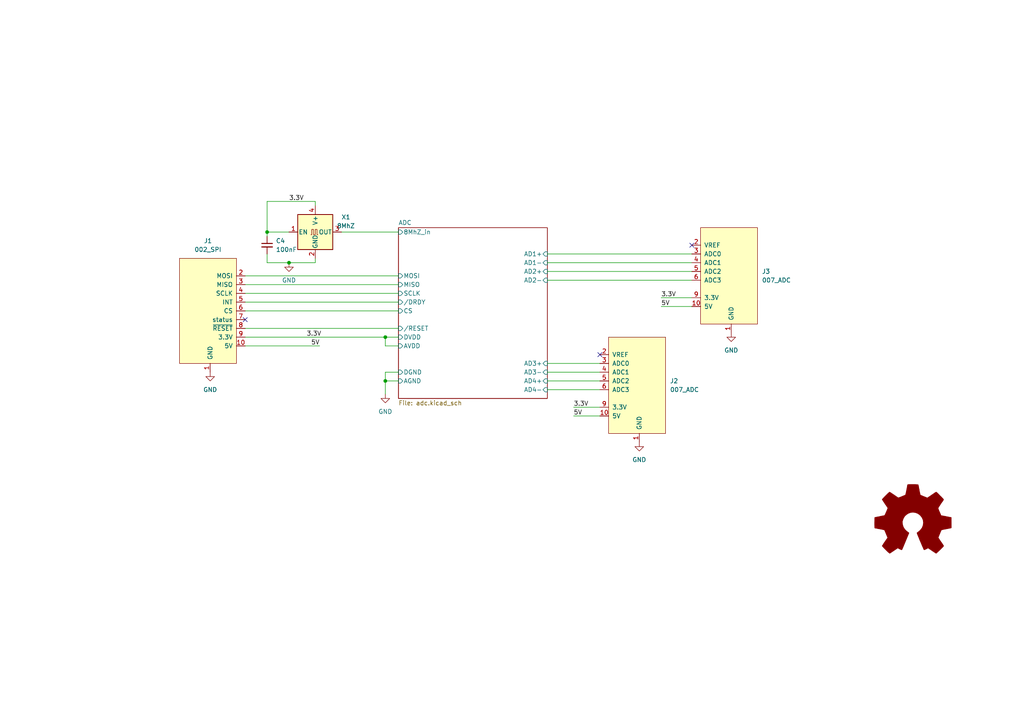
<source format=kicad_sch>
(kicad_sch (version 20230121) (generator eeschema)

  (uuid 29256b3d-9450-4c0a-a4d4-911f04b9c140)

  (paper "A4")

  (lib_symbols
    (symbol "Device:C_Small" (pin_numbers hide) (pin_names (offset 0.254) hide) (in_bom yes) (on_board yes)
      (property "Reference" "C" (at 0.254 1.778 0)
        (effects (font (size 1.27 1.27)) (justify left))
      )
      (property "Value" "C_Small" (at 0.254 -2.032 0)
        (effects (font (size 1.27 1.27)) (justify left))
      )
      (property "Footprint" "" (at 0 0 0)
        (effects (font (size 1.27 1.27)) hide)
      )
      (property "Datasheet" "~" (at 0 0 0)
        (effects (font (size 1.27 1.27)) hide)
      )
      (property "ki_keywords" "capacitor cap" (at 0 0 0)
        (effects (font (size 1.27 1.27)) hide)
      )
      (property "ki_description" "Unpolarized capacitor, small symbol" (at 0 0 0)
        (effects (font (size 1.27 1.27)) hide)
      )
      (property "ki_fp_filters" "C_*" (at 0 0 0)
        (effects (font (size 1.27 1.27)) hide)
      )
      (symbol "C_Small_0_1"
        (polyline
          (pts
            (xy -1.524 -0.508)
            (xy 1.524 -0.508)
          )
          (stroke (width 0.3302) (type default))
          (fill (type none))
        )
        (polyline
          (pts
            (xy -1.524 0.508)
            (xy 1.524 0.508)
          )
          (stroke (width 0.3048) (type default))
          (fill (type none))
        )
      )
      (symbol "C_Small_1_1"
        (pin passive line (at 0 2.54 270) (length 2.032)
          (name "~" (effects (font (size 1.27 1.27))))
          (number "1" (effects (font (size 1.27 1.27))))
        )
        (pin passive line (at 0 -2.54 90) (length 2.032)
          (name "~" (effects (font (size 1.27 1.27))))
          (number "2" (effects (font (size 1.27 1.27))))
        )
      )
    )
    (symbol "Graphic:Logo_Open_Hardware_Large" (pin_names (offset 1.016)) (in_bom yes) (on_board yes)
      (property "Reference" "#LOGO" (at 0 12.7 0)
        (effects (font (size 1.27 1.27)) hide)
      )
      (property "Value" "Logo_Open_Hardware_Large" (at 0 -10.16 0)
        (effects (font (size 1.27 1.27)) hide)
      )
      (property "Footprint" "" (at 0 0 0)
        (effects (font (size 1.27 1.27)) hide)
      )
      (property "Datasheet" "~" (at 0 0 0)
        (effects (font (size 1.27 1.27)) hide)
      )
      (property "ki_keywords" "Logo" (at 0 0 0)
        (effects (font (size 1.27 1.27)) hide)
      )
      (property "ki_description" "Open Hardware logo, large" (at 0 0 0)
        (effects (font (size 1.27 1.27)) hide)
      )
      (symbol "Logo_Open_Hardware_Large_1_1"
        (polyline
          (pts
            (xy 6.731 -8.7122)
            (xy 6.6294 -8.6614)
            (xy 6.35 -8.4836)
            (xy 5.9944 -8.255)
            (xy 5.5372 -7.9502)
            (xy 5.1054 -7.6454)
            (xy 4.7498 -7.4168)
            (xy 4.4958 -7.239)
            (xy 4.3942 -7.1882)
            (xy 4.318 -7.2136)
            (xy 4.1148 -7.3152)
            (xy 3.81 -7.4676)
            (xy 3.6322 -7.5692)
            (xy 3.3528 -7.6708)
            (xy 3.2258 -7.6962)
            (xy 3.2004 -7.6708)
            (xy 3.0988 -7.4676)
            (xy 2.9464 -7.0866)
            (xy 2.7178 -6.604)
            (xy 2.4892 -6.0452)
            (xy 2.2352 -5.4356)
            (xy 1.9558 -4.826)
            (xy 1.7272 -4.2164)
            (xy 1.4986 -3.683)
            (xy 1.3208 -3.2512)
            (xy 1.2192 -2.9464)
            (xy 1.1684 -2.8194)
            (xy 1.1938 -2.794)
            (xy 1.3208 -2.667)
            (xy 1.5748 -2.4892)
            (xy 2.0828 -2.0574)
            (xy 2.6162 -1.397)
            (xy 2.921 -0.6604)
            (xy 3.048 0.1524)
            (xy 2.9464 0.9144)
            (xy 2.6416 1.6256)
            (xy 2.1336 2.286)
            (xy 1.524 2.7686)
            (xy 0.8128 3.0734)
            (xy 0 3.175)
            (xy -0.762 3.0988)
            (xy -1.4986 2.794)
            (xy -2.159 2.286)
            (xy -2.4384 1.9812)
            (xy -2.8194 1.3208)
            (xy -3.048 0.6096)
            (xy -3.0734 0.4318)
            (xy -3.0226 -0.3556)
            (xy -2.794 -1.0922)
            (xy -2.3876 -1.7526)
            (xy -1.8288 -2.3114)
            (xy -1.7526 -2.3622)
            (xy -1.4732 -2.5654)
            (xy -1.2954 -2.6924)
            (xy -1.1684 -2.8194)
            (xy -2.159 -5.207)
            (xy -2.3114 -5.588)
            (xy -2.5908 -6.2484)
            (xy -2.8194 -6.8072)
            (xy -3.0226 -7.2644)
            (xy -3.1496 -7.5692)
            (xy -3.2258 -7.6708)
            (xy -3.2258 -7.6962)
            (xy -3.302 -7.6962)
            (xy -3.4798 -7.6454)
            (xy -3.8354 -7.4676)
            (xy -4.0386 -7.366)
            (xy -4.2926 -7.239)
            (xy -4.4196 -7.1882)
            (xy -4.5212 -7.239)
            (xy -4.7498 -7.3914)
            (xy -5.1054 -7.6454)
            (xy -5.5372 -7.9248)
            (xy -5.9436 -8.2042)
            (xy -6.3246 -8.4582)
            (xy -6.604 -8.636)
            (xy -6.731 -8.7122)
            (xy -6.7564 -8.7122)
            (xy -6.858 -8.636)
            (xy -7.0866 -8.4582)
            (xy -7.4168 -8.1534)
            (xy -7.874 -7.6962)
            (xy -7.9502 -7.62)
            (xy -8.3312 -7.239)
            (xy -8.636 -6.9088)
            (xy -8.8392 -6.6802)
            (xy -8.9154 -6.5786)
            (xy -8.9154 -6.5786)
            (xy -8.8392 -6.4516)
            (xy -8.6614 -6.1722)
            (xy -8.4328 -5.7912)
            (xy -8.128 -5.3594)
            (xy -7.3152 -4.191)
            (xy -7.7724 -3.0988)
            (xy -7.8994 -2.7686)
            (xy -8.0772 -2.3622)
            (xy -8.2042 -2.0828)
            (xy -8.255 -1.9558)
            (xy -8.382 -1.905)
            (xy -8.6614 -1.8542)
            (xy -9.0932 -1.7526)
            (xy -9.6266 -1.651)
            (xy -10.1092 -1.5748)
            (xy -10.541 -1.4732)
            (xy -10.8712 -1.4224)
            (xy -11.0236 -1.397)
            (xy -11.049 -1.3716)
            (xy -11.0744 -1.2954)
            (xy -11.0998 -1.143)
            (xy -11.0998 -0.889)
            (xy -11.1252 -0.4572)
            (xy -11.1252 0.1524)
            (xy -11.1252 0.2286)
            (xy -11.0998 0.8128)
            (xy -11.0998 1.27)
            (xy -11.0744 1.5494)
            (xy -11.0744 1.6764)
            (xy -11.0744 1.6764)
            (xy -10.922 1.7018)
            (xy -10.6172 1.778)
            (xy -10.16 1.8542)
            (xy -9.652 1.9558)
            (xy -9.6012 1.9812)
            (xy -9.0932 2.0828)
            (xy -8.636 2.159)
            (xy -8.3312 2.2352)
            (xy -8.2042 2.286)
            (xy -8.1788 2.3114)
            (xy -8.0772 2.5146)
            (xy -7.9248 2.8448)
            (xy -7.747 3.2512)
            (xy -7.5692 3.6576)
            (xy -7.4168 4.0386)
            (xy -7.3152 4.318)
            (xy -7.2898 4.445)
            (xy -7.2898 4.445)
            (xy -7.366 4.572)
            (xy -7.5438 4.826)
            (xy -7.7978 5.207)
            (xy -8.128 5.6642)
            (xy -8.128 5.6896)
            (xy -8.4328 6.1468)
            (xy -8.6868 6.5278)
            (xy -8.8392 6.7818)
            (xy -8.9154 6.9088)
            (xy -8.9154 6.9088)
            (xy -8.8138 7.0358)
            (xy -8.5852 7.2898)
            (xy -8.255 7.6454)
            (xy -7.874 8.0264)
            (xy -7.747 8.1534)
            (xy -7.3152 8.5852)
            (xy -7.0104 8.8646)
            (xy -6.8326 8.9916)
            (xy -6.731 9.0424)
            (xy -6.731 9.0424)
            (xy -6.604 8.9408)
            (xy -6.3246 8.763)
            (xy -5.9436 8.509)
            (xy -5.4864 8.2042)
            (xy -5.461 8.1788)
            (xy -5.0038 7.874)
            (xy -4.6482 7.62)
            (xy -4.3688 7.4422)
            (xy -4.2672 7.3914)
            (xy -4.2418 7.3914)
            (xy -4.064 7.4422)
            (xy -3.7338 7.5438)
            (xy -3.3528 7.6962)
            (xy -2.9464 7.874)
            (xy -2.5654 8.0264)
            (xy -2.286 8.1534)
            (xy -2.159 8.2296)
            (xy -2.159 8.2296)
            (xy -2.1082 8.382)
            (xy -2.032 8.7122)
            (xy -1.9304 9.1694)
            (xy -1.8288 9.7282)
            (xy -1.8034 9.8044)
            (xy -1.7018 10.3378)
            (xy -1.6256 10.7696)
            (xy -1.5748 11.0744)
            (xy -1.524 11.2014)
            (xy -1.4478 11.2268)
            (xy -1.1938 11.2522)
            (xy -0.8128 11.2522)
            (xy -0.3302 11.2522)
            (xy 0.1524 11.2522)
            (xy 0.6604 11.2522)
            (xy 1.0668 11.2268)
            (xy 1.3716 11.2014)
            (xy 1.4986 11.176)
            (xy 1.4986 11.176)
            (xy 1.5494 11.0236)
            (xy 1.6256 10.6934)
            (xy 1.7018 10.2108)
            (xy 1.8288 9.6774)
            (xy 1.8288 9.5758)
            (xy 1.9304 9.0424)
            (xy 2.032 8.6106)
            (xy 2.0828 8.3058)
            (xy 2.1336 8.2042)
            (xy 2.159 8.1788)
            (xy 2.3876 8.0772)
            (xy 2.7432 7.9248)
            (xy 3.175 7.747)
            (xy 4.191 7.3406)
            (xy 5.461 8.2042)
            (xy 5.5626 8.2804)
            (xy 6.0198 8.5852)
            (xy 6.3754 8.8392)
            (xy 6.6294 8.9916)
            (xy 6.7564 9.0424)
            (xy 6.7564 9.0424)
            (xy 6.8834 8.9408)
            (xy 7.1374 8.7122)
            (xy 7.4676 8.382)
            (xy 7.8486 7.9756)
            (xy 8.1534 7.6962)
            (xy 8.4836 7.3406)
            (xy 8.7122 7.112)
            (xy 8.8392 6.9596)
            (xy 8.8646 6.858)
            (xy 8.8646 6.8072)
            (xy 8.7884 6.6802)
            (xy 8.6106 6.4008)
            (xy 8.3312 6.0198)
            (xy 8.0264 5.588)
            (xy 7.7978 5.207)
            (xy 7.5184 4.8006)
            (xy 7.3406 4.4958)
            (xy 7.2898 4.3434)
            (xy 7.2898 4.2926)
            (xy 7.3914 4.0386)
            (xy 7.5184 3.683)
            (xy 7.7216 3.2258)
            (xy 8.1534 2.2352)
            (xy 8.7884 2.1082)
            (xy 9.1948 2.0574)
            (xy 9.7536 1.9304)
            (xy 10.2616 1.8288)
            (xy 11.0998 1.6764)
            (xy 11.1252 -1.3208)
            (xy 10.9982 -1.3716)
            (xy 10.8712 -1.397)
            (xy 10.5664 -1.4732)
            (xy 10.1346 -1.5494)
            (xy 9.6266 -1.651)
            (xy 9.1948 -1.7272)
            (xy 8.7376 -1.8288)
            (xy 8.4328 -1.8796)
            (xy 8.2804 -1.905)
            (xy 8.255 -1.9558)
            (xy 8.1534 -2.159)
            (xy 7.9756 -2.5146)
            (xy 7.8232 -2.921)
            (xy 7.6454 -3.3274)
            (xy 7.493 -3.7338)
            (xy 7.366 -4.0132)
            (xy 7.3406 -4.191)
            (xy 7.3914 -4.2926)
            (xy 7.5692 -4.5466)
            (xy 7.7978 -4.9276)
            (xy 8.1026 -5.3594)
            (xy 8.4074 -5.7912)
            (xy 8.6614 -6.1722)
            (xy 8.8138 -6.4262)
            (xy 8.89 -6.5532)
            (xy 8.8646 -6.6548)
            (xy 8.6868 -6.858)
            (xy 8.3566 -7.1882)
            (xy 7.874 -7.6708)
            (xy 7.7978 -7.747)
            (xy 7.3914 -8.128)
            (xy 7.0612 -8.4328)
            (xy 6.8326 -8.636)
            (xy 6.731 -8.7122)
          )
          (stroke (width 0) (type default))
          (fill (type outline))
        )
      )
    )
    (symbol "Oscillator:XO32" (pin_names (offset 0.254)) (in_bom yes) (on_board yes)
      (property "Reference" "X" (at -5.08 6.35 0)
        (effects (font (size 1.27 1.27)) (justify left))
      )
      (property "Value" "XO32" (at 1.27 -6.35 0)
        (effects (font (size 1.27 1.27)) (justify left))
      )
      (property "Footprint" "Oscillator:Oscillator_SMD_EuroQuartz_XO32-4Pin_3.2x2.5mm" (at 17.78 -8.89 0)
        (effects (font (size 1.27 1.27)) hide)
      )
      (property "Datasheet" "http://cdn-reichelt.de/documents/datenblatt/B400/XO32.pdf" (at -2.54 0 0)
        (effects (font (size 1.27 1.27)) hide)
      )
      (property "ki_keywords" "Crystal Clock Oscillator" (at 0 0 0)
        (effects (font (size 1.27 1.27)) hide)
      )
      (property "ki_description" "HCMOS Clock Oscillator" (at 0 0 0)
        (effects (font (size 1.27 1.27)) hide)
      )
      (property "ki_fp_filters" "Oscillator*SMD*EuroQuartz*XO32*3.2x2.5mm*" (at 0 0 0)
        (effects (font (size 1.27 1.27)) hide)
      )
      (symbol "XO32_0_1"
        (rectangle (start -5.08 5.08) (end 5.08 -5.08)
          (stroke (width 0.254) (type default))
          (fill (type background))
        )
        (polyline
          (pts
            (xy -1.27 -0.762)
            (xy -1.016 -0.762)
            (xy -1.016 0.762)
            (xy -0.508 0.762)
            (xy -0.508 -0.762)
            (xy 0 -0.762)
            (xy 0 0.762)
            (xy 0.508 0.762)
            (xy 0.508 -0.762)
            (xy 0.762 -0.762)
          )
          (stroke (width 0) (type default))
          (fill (type none))
        )
      )
      (symbol "XO32_1_1"
        (pin input line (at -7.62 0 0) (length 2.54)
          (name "EN" (effects (font (size 1.27 1.27))))
          (number "1" (effects (font (size 1.27 1.27))))
        )
        (pin power_in line (at 0 -7.62 90) (length 2.54)
          (name "GND" (effects (font (size 1.27 1.27))))
          (number "2" (effects (font (size 1.27 1.27))))
        )
        (pin output line (at 7.62 0 180) (length 2.54)
          (name "OUT" (effects (font (size 1.27 1.27))))
          (number "3" (effects (font (size 1.27 1.27))))
        )
        (pin power_in line (at 0 7.62 270) (length 2.54)
          (name "V+" (effects (font (size 1.27 1.27))))
          (number "4" (effects (font (size 1.27 1.27))))
        )
      )
    )
    (symbol "power:GND" (power) (pin_names (offset 0)) (in_bom yes) (on_board yes)
      (property "Reference" "#PWR" (at 0 -6.35 0)
        (effects (font (size 1.27 1.27)) hide)
      )
      (property "Value" "GND" (at 0 -3.81 0)
        (effects (font (size 1.27 1.27)))
      )
      (property "Footprint" "" (at 0 0 0)
        (effects (font (size 1.27 1.27)) hide)
      )
      (property "Datasheet" "" (at 0 0 0)
        (effects (font (size 1.27 1.27)) hide)
      )
      (property "ki_keywords" "power-flag" (at 0 0 0)
        (effects (font (size 1.27 1.27)) hide)
      )
      (property "ki_description" "Power symbol creates a global label with name \"GND\" , ground" (at 0 0 0)
        (effects (font (size 1.27 1.27)) hide)
      )
      (symbol "GND_0_1"
        (polyline
          (pts
            (xy 0 0)
            (xy 0 -1.27)
            (xy 1.27 -1.27)
            (xy 0 -2.54)
            (xy -1.27 -1.27)
            (xy 0 -1.27)
          )
          (stroke (width 0) (type default))
          (fill (type none))
        )
      )
      (symbol "GND_1_1"
        (pin power_in line (at 0 0 270) (length 0) hide
          (name "GND" (effects (font (size 1.27 1.27))))
          (number "1" (effects (font (size 1.27 1.27))))
        )
      )
    )
    (symbol "put_on_edge:002_SPI" (pin_names (offset 1.016)) (in_bom yes) (on_board yes)
      (property "Reference" "J" (at -1.27 13.97 0)
        (effects (font (size 1.27 1.27)))
      )
      (property "Value" "002_SPI" (at 10.16 13.97 0)
        (effects (font (size 1.27 1.27)))
      )
      (property "Footprint" "" (at 8.89 16.51 0)
        (effects (font (size 1.27 1.27)) hide)
      )
      (property "Datasheet" "" (at 8.89 16.51 0)
        (effects (font (size 1.27 1.27)) hide)
      )
      (symbol "002_SPI_0_1"
        (rectangle (start -7.62 12.7) (end 8.89 -17.78)
          (stroke (width 0) (type default))
          (fill (type background))
        )
      )
      (symbol "002_SPI_1_1"
        (pin power_in line (at 0 -20.32 90) (length 2.54)
          (name "GND" (effects (font (size 1.27 1.27))))
          (number "1" (effects (font (size 1.27 1.27))))
        )
        (pin power_in line (at -10.16 -12.7 0) (length 2.54)
          (name "5V" (effects (font (size 1.27 1.27))))
          (number "10" (effects (font (size 1.27 1.27))))
        )
        (pin bidirectional line (at -10.16 7.62 0) (length 2.54)
          (name "MOSI" (effects (font (size 1.27 1.27))))
          (number "2" (effects (font (size 1.27 1.27))))
        )
        (pin bidirectional line (at -10.16 5.08 0) (length 2.54)
          (name "MISO" (effects (font (size 1.27 1.27))))
          (number "3" (effects (font (size 1.27 1.27))))
        )
        (pin bidirectional line (at -10.16 2.54 0) (length 2.54)
          (name "SCLK" (effects (font (size 1.27 1.27))))
          (number "4" (effects (font (size 1.27 1.27))))
        )
        (pin bidirectional line (at -10.16 0 0) (length 2.54)
          (name "INT" (effects (font (size 1.27 1.27))))
          (number "5" (effects (font (size 1.27 1.27))))
        )
        (pin bidirectional line (at -10.16 -2.54 0) (length 2.54)
          (name "CS" (effects (font (size 1.27 1.27))))
          (number "6" (effects (font (size 1.27 1.27))))
        )
        (pin bidirectional line (at -10.16 -5.08 0) (length 2.54)
          (name "status" (effects (font (size 1.27 1.27))))
          (number "7" (effects (font (size 1.27 1.27))))
        )
        (pin bidirectional line (at -10.16 -7.62 0) (length 2.54)
          (name "~{RESET}" (effects (font (size 1.27 1.27))))
          (number "8" (effects (font (size 1.27 1.27))))
        )
        (pin power_in line (at -10.16 -10.16 0) (length 2.54)
          (name "3.3V" (effects (font (size 1.27 1.27))))
          (number "9" (effects (font (size 1.27 1.27))))
        )
      )
    )
    (symbol "put_on_edge:007_ADC" (pin_names (offset 1.016)) (in_bom yes) (on_board yes)
      (property "Reference" "J" (at -2.54 13.97 0)
        (effects (font (size 1.27 1.27)))
      )
      (property "Value" "007_ADC" (at 8.89 13.97 0)
        (effects (font (size 1.27 1.27)))
      )
      (property "Footprint" "" (at 7.62 16.51 0)
        (effects (font (size 1.27 1.27)) hide)
      )
      (property "Datasheet" "" (at 7.62 16.51 0)
        (effects (font (size 1.27 1.27)) hide)
      )
      (symbol "007_ADC_0_1"
        (rectangle (start -8.89 12.7) (end 7.62 -15.24)
          (stroke (width 0) (type default))
          (fill (type background))
        )
      )
      (symbol "007_ADC_1_1"
        (pin power_in line (at 0 -17.78 90) (length 2.54)
          (name "GND" (effects (font (size 1.27 1.27))))
          (number "1" (effects (font (size 1.27 1.27))))
        )
        (pin bidirectional line (at -11.43 -10.16 0) (length 2.54)
          (name "5V" (effects (font (size 1.27 1.27))))
          (number "10" (effects (font (size 1.27 1.27))))
        )
        (pin bidirectional line (at -11.43 7.62 0) (length 2.54)
          (name "VREF" (effects (font (size 1.27 1.27))))
          (number "2" (effects (font (size 1.27 1.27))))
        )
        (pin power_in line (at -11.43 5.08 0) (length 2.54)
          (name "ADC0" (effects (font (size 1.27 1.27))))
          (number "3" (effects (font (size 1.27 1.27))))
        )
        (pin bidirectional line (at -11.43 2.54 0) (length 2.54)
          (name "ADC1" (effects (font (size 1.27 1.27))))
          (number "4" (effects (font (size 1.27 1.27))))
        )
        (pin bidirectional line (at -11.43 0 0) (length 2.54)
          (name "ADC2" (effects (font (size 1.27 1.27))))
          (number "5" (effects (font (size 1.27 1.27))))
        )
        (pin bidirectional line (at -11.43 -2.54 0) (length 2.54)
          (name "ADC3" (effects (font (size 1.27 1.27))))
          (number "6" (effects (font (size 1.27 1.27))))
        )
        (pin bidirectional line (at -11.43 -7.62 0) (length 2.54)
          (name "3.3V" (effects (font (size 1.27 1.27))))
          (number "9" (effects (font (size 1.27 1.27))))
        )
      )
    )
  )

  (junction (at 111.76 110.49) (diameter 0) (color 0 0 0 0)
    (uuid 0e175ed5-a952-4bde-ae9d-9e7bf94be722)
  )
  (junction (at 77.47 67.31) (diameter 0) (color 0 0 0 0)
    (uuid 74f25acc-eab0-458a-ad3f-37536c64a396)
  )
  (junction (at 111.76 97.79) (diameter 0) (color 0 0 0 0)
    (uuid b60c209a-a1f8-4bf3-8207-cb4819ff31aa)
  )
  (junction (at 83.82 76.2) (diameter 0) (color 0 0 0 0)
    (uuid c7fc844e-47a0-4eac-9719-14e31931383b)
  )

  (no_connect (at 200.66 71.12) (uuid 094313da-aa8f-4487-b40c-7729849f8a14))
  (no_connect (at 71.12 92.71) (uuid 279bfd46-5d22-4d47-b3be-2961e3d53603))
  (no_connect (at 173.99 102.87) (uuid f482b973-30dc-4603-8e51-3dffc486b44c))

  (wire (pts (xy 91.44 58.42) (xy 91.44 59.69))
    (stroke (width 0) (type default))
    (uuid 01fb69d3-0037-4005-a2ce-19ca78bed64c)
  )
  (wire (pts (xy 71.12 85.09) (xy 115.57 85.09))
    (stroke (width 0) (type default))
    (uuid 03d5a1ab-0c6b-4c80-a24b-6716d6849030)
  )
  (wire (pts (xy 71.12 87.63) (xy 115.57 87.63))
    (stroke (width 0) (type default))
    (uuid 065fdce8-8d07-4d0e-b847-e881af6d2176)
  )
  (wire (pts (xy 71.12 82.55) (xy 115.57 82.55))
    (stroke (width 0) (type default))
    (uuid 08ebb44e-a2a8-4f47-9501-08bdcc738e2a)
  )
  (wire (pts (xy 158.75 76.2) (xy 200.66 76.2))
    (stroke (width 0) (type default))
    (uuid 0a9d2a8b-9da0-4656-832f-71744b12d8b1)
  )
  (wire (pts (xy 71.12 95.25) (xy 115.57 95.25))
    (stroke (width 0) (type default))
    (uuid 0c58d281-0d9a-4ee3-bf5f-40762dddda08)
  )
  (wire (pts (xy 111.76 110.49) (xy 115.57 110.49))
    (stroke (width 0) (type default))
    (uuid 18b95a17-9363-42df-b018-2efb7cce5c40)
  )
  (wire (pts (xy 115.57 100.33) (xy 111.76 100.33))
    (stroke (width 0) (type default))
    (uuid 1bb71323-4f6c-44f6-a5c9-3b4bc410034e)
  )
  (wire (pts (xy 77.47 68.58) (xy 77.47 67.31))
    (stroke (width 0) (type default))
    (uuid 2317f2fd-360e-4a84-921b-5a5cbadaf8e5)
  )
  (wire (pts (xy 111.76 114.3) (xy 111.76 110.49))
    (stroke (width 0) (type default))
    (uuid 2442a14a-b572-4c06-81cb-d81f6834a1ac)
  )
  (wire (pts (xy 111.76 100.33) (xy 111.76 97.79))
    (stroke (width 0) (type default))
    (uuid 33ee9e5a-e1ba-480e-8bf6-f060d45be42e)
  )
  (wire (pts (xy 111.76 97.79) (xy 115.57 97.79))
    (stroke (width 0) (type default))
    (uuid 37b5bd38-10f2-470b-9521-d762d59c8e7b)
  )
  (wire (pts (xy 71.12 90.17) (xy 115.57 90.17))
    (stroke (width 0) (type default))
    (uuid 42802caa-57e0-4058-820e-933cf0c1e154)
  )
  (wire (pts (xy 83.82 76.2) (xy 77.47 76.2))
    (stroke (width 0) (type default))
    (uuid 4bccb065-33f5-4ef3-8fdd-1434086065b6)
  )
  (wire (pts (xy 77.47 58.42) (xy 91.44 58.42))
    (stroke (width 0) (type default))
    (uuid 4ce68d24-f748-40bb-a7c3-229af1f1907a)
  )
  (wire (pts (xy 158.75 113.03) (xy 173.99 113.03))
    (stroke (width 0) (type default))
    (uuid 4e0e0a7b-af34-4e88-ae9b-2f3f183beb60)
  )
  (wire (pts (xy 158.75 78.74) (xy 200.66 78.74))
    (stroke (width 0) (type default))
    (uuid 4f0a86ce-8c00-4ebf-b727-db72e69e9f4b)
  )
  (wire (pts (xy 91.44 74.93) (xy 91.44 76.2))
    (stroke (width 0) (type default))
    (uuid 50e26d28-d36e-408f-9f1a-1ef83234b6ea)
  )
  (wire (pts (xy 158.75 81.28) (xy 200.66 81.28))
    (stroke (width 0) (type default))
    (uuid 5b1b6977-2e73-471a-9413-c1b992baa5bd)
  )
  (wire (pts (xy 71.12 97.79) (xy 111.76 97.79))
    (stroke (width 0) (type default))
    (uuid 6b49047d-721a-4c9d-b338-11666ed868dd)
  )
  (wire (pts (xy 191.77 86.36) (xy 200.66 86.36))
    (stroke (width 0) (type default))
    (uuid 769ef014-c0df-4fc0-9f9b-74c6ad95c014)
  )
  (wire (pts (xy 77.47 67.31) (xy 83.82 67.31))
    (stroke (width 0) (type default))
    (uuid 79fe2d63-12c7-4fd4-af0e-106c4f177afb)
  )
  (wire (pts (xy 158.75 73.66) (xy 200.66 73.66))
    (stroke (width 0) (type default))
    (uuid 7ab4bc7a-efb1-4020-b2b2-7143d8fa50e9)
  )
  (wire (pts (xy 158.75 110.49) (xy 173.99 110.49))
    (stroke (width 0) (type default))
    (uuid 7b48c09d-366d-471a-ab6a-af36bac922ac)
  )
  (wire (pts (xy 191.77 88.9) (xy 200.66 88.9))
    (stroke (width 0) (type default))
    (uuid 81d71936-0063-4a1b-b72d-ff0256949488)
  )
  (wire (pts (xy 77.47 73.66) (xy 77.47 76.2))
    (stroke (width 0) (type default))
    (uuid 96897382-bb43-45fc-aa28-801fd51c0e3a)
  )
  (wire (pts (xy 71.12 80.01) (xy 115.57 80.01))
    (stroke (width 0) (type default))
    (uuid 9cafc31e-dffd-4e45-b13e-d3a906b7e155)
  )
  (wire (pts (xy 115.57 107.95) (xy 111.76 107.95))
    (stroke (width 0) (type default))
    (uuid aaa95f48-3353-4f58-ac0f-e5c2b6071ec6)
  )
  (wire (pts (xy 166.37 120.65) (xy 173.99 120.65))
    (stroke (width 0) (type default))
    (uuid b2fee20b-feef-4dd7-94f2-bf7e47380dba)
  )
  (wire (pts (xy 111.76 107.95) (xy 111.76 110.49))
    (stroke (width 0) (type default))
    (uuid b8a4ce11-ac33-455c-89fa-86e124286a42)
  )
  (wire (pts (xy 77.47 58.42) (xy 77.47 67.31))
    (stroke (width 0) (type default))
    (uuid c50aae2c-9709-4093-afb9-79869c0da9b3)
  )
  (wire (pts (xy 166.37 118.11) (xy 173.99 118.11))
    (stroke (width 0) (type default))
    (uuid d81ab6ea-8c3b-4125-a187-d61e6ebd5747)
  )
  (wire (pts (xy 99.06 67.31) (xy 115.57 67.31))
    (stroke (width 0) (type default))
    (uuid dc82965a-1f1a-4832-89bc-f244e5f9acfc)
  )
  (wire (pts (xy 83.82 76.2) (xy 91.44 76.2))
    (stroke (width 0) (type default))
    (uuid e8d22e63-1534-40f1-a891-ae289807462a)
  )
  (wire (pts (xy 158.75 107.95) (xy 173.99 107.95))
    (stroke (width 0) (type default))
    (uuid fa9823fa-a515-4998-aa0d-8b89b09a39c5)
  )
  (wire (pts (xy 158.75 105.41) (xy 173.99 105.41))
    (stroke (width 0) (type default))
    (uuid fb7a0727-1084-4533-a0c6-120a5aa521ce)
  )
  (wire (pts (xy 71.12 100.33) (xy 92.71 100.33))
    (stroke (width 0) (type default))
    (uuid ff79dab9-b01e-4ad7-b15c-36b40e0fd1d6)
  )

  (label "3.3V" (at 166.37 118.11 0) (fields_autoplaced)
    (effects (font (size 1.27 1.27)) (justify left bottom))
    (uuid 10591f02-6fd1-4a7e-93d7-d27945dd6089)
  )
  (label "3.3V" (at 88.9 97.79 0) (fields_autoplaced)
    (effects (font (size 1.27 1.27)) (justify left bottom))
    (uuid 1f553a7e-60df-4c15-98fb-919dbdd22556)
  )
  (label "5V" (at 92.71 100.33 180) (fields_autoplaced)
    (effects (font (size 1.27 1.27)) (justify right bottom))
    (uuid 4686cfa3-de45-4481-910e-3775b1611350)
  )
  (label "5V" (at 166.37 120.65 0) (fields_autoplaced)
    (effects (font (size 1.27 1.27)) (justify left bottom))
    (uuid 50a42dc6-a155-45b3-9b5d-bf57dddb0050)
  )
  (label "5V" (at 191.77 88.9 0) (fields_autoplaced)
    (effects (font (size 1.27 1.27)) (justify left bottom))
    (uuid 947c731f-2ffa-42b5-9e82-f0272392fc94)
  )
  (label "3.3V" (at 191.77 86.36 0) (fields_autoplaced)
    (effects (font (size 1.27 1.27)) (justify left bottom))
    (uuid 96c93e19-7daf-412e-a12b-623f9d6e1806)
  )
  (label "3.3V" (at 83.82 58.42 0) (fields_autoplaced)
    (effects (font (size 1.27 1.27)) (justify left bottom))
    (uuid bb02a173-9799-4a59-b159-b859012e8f19)
  )

  (symbol (lib_id "Graphic:Logo_Open_Hardware_Large") (at 264.795 151.765 0) (unit 1)
    (in_bom yes) (on_board yes) (dnp no)
    (uuid 00000000-0000-0000-0000-000060bd71e9)
    (property "Reference" "l1" (at 264.795 139.065 0)
      (effects (font (size 1.27 1.27)) hide)
    )
    (property "Value" "Logo_Open_Hardware_Larg" (at 264.795 161.925 0)
      (effects (font (size 1.27 1.27)) hide)
    )
    (property "Footprint" "Symbol:OSHW-Logo2_7.3x6mm_SilkScreen" (at 264.795 151.765 0)
      (effects (font (size 1.27 1.27)) hide)
    )
    (property "Datasheet" "~" (at 264.795 151.765 0)
      (effects (font (size 1.27 1.27)) hide)
    )
    (instances
      (project "board"
        (path "/29256b3d-9450-4c0a-a4d4-911f04b9c140"
          (reference "l1") (unit 1)
        )
      )
    )
  )

  (symbol (lib_id "power:GND") (at 185.42 128.27 0) (unit 1)
    (in_bom yes) (on_board yes) (dnp no) (fields_autoplaced)
    (uuid 5cb2a7be-0918-44de-bd77-1c4f94e2d741)
    (property "Reference" "#PWR0101" (at 185.42 134.62 0)
      (effects (font (size 1.27 1.27)) hide)
    )
    (property "Value" "GND" (at 185.42 133.35 0)
      (effects (font (size 1.27 1.27)))
    )
    (property "Footprint" "" (at 185.42 128.27 0)
      (effects (font (size 1.27 1.27)) hide)
    )
    (property "Datasheet" "" (at 185.42 128.27 0)
      (effects (font (size 1.27 1.27)) hide)
    )
    (pin "1" (uuid 0b2bea23-c2ac-4b6f-90a2-0bb2931ceac3))
    (instances
      (project "board"
        (path "/29256b3d-9450-4c0a-a4d4-911f04b9c140"
          (reference "#PWR0101") (unit 1)
        )
      )
    )
  )

  (symbol (lib_id "power:GND") (at 212.09 96.52 0) (unit 1)
    (in_bom yes) (on_board yes) (dnp no) (fields_autoplaced)
    (uuid 7ee29151-3481-46cb-bb11-634cca2d0072)
    (property "Reference" "#PWR0104" (at 212.09 102.87 0)
      (effects (font (size 1.27 1.27)) hide)
    )
    (property "Value" "GND" (at 212.09 101.6 0)
      (effects (font (size 1.27 1.27)))
    )
    (property "Footprint" "" (at 212.09 96.52 0)
      (effects (font (size 1.27 1.27)) hide)
    )
    (property "Datasheet" "" (at 212.09 96.52 0)
      (effects (font (size 1.27 1.27)) hide)
    )
    (pin "1" (uuid 1b237b9f-6604-4b88-b88b-9b02ea5e90a8))
    (instances
      (project "board"
        (path "/29256b3d-9450-4c0a-a4d4-911f04b9c140"
          (reference "#PWR0104") (unit 1)
        )
      )
    )
  )

  (symbol (lib_id "power:GND") (at 60.96 107.95 0) (unit 1)
    (in_bom yes) (on_board yes) (dnp no) (fields_autoplaced)
    (uuid 8063cd96-e7bc-4ffa-94da-51794da2d2d7)
    (property "Reference" "#PWR0102" (at 60.96 114.3 0)
      (effects (font (size 1.27 1.27)) hide)
    )
    (property "Value" "GND" (at 60.96 113.03 0)
      (effects (font (size 1.27 1.27)))
    )
    (property "Footprint" "" (at 60.96 107.95 0)
      (effects (font (size 1.27 1.27)) hide)
    )
    (property "Datasheet" "" (at 60.96 107.95 0)
      (effects (font (size 1.27 1.27)) hide)
    )
    (pin "1" (uuid 4f8e3b65-9849-4ff3-b5b6-86f936c7a354))
    (instances
      (project "board"
        (path "/29256b3d-9450-4c0a-a4d4-911f04b9c140"
          (reference "#PWR0102") (unit 1)
        )
      )
    )
  )

  (symbol (lib_id "Device:C_Small") (at 77.47 71.12 0) (unit 1)
    (in_bom yes) (on_board yes) (dnp no) (fields_autoplaced)
    (uuid 8616860e-968a-4e15-9141-6a8a95c182b9)
    (property "Reference" "C4" (at 80.01 69.8562 0)
      (effects (font (size 1.27 1.27)) (justify left))
    )
    (property "Value" "100nF" (at 80.01 72.3962 0)
      (effects (font (size 1.27 1.27)) (justify left))
    )
    (property "Footprint" "Capacitor_SMD:C_0603_1608Metric" (at 77.47 71.12 0)
      (effects (font (size 1.27 1.27)) hide)
    )
    (property "Datasheet" "~" (at 77.47 71.12 0)
      (effects (font (size 1.27 1.27)) hide)
    )
    (pin "1" (uuid edce3514-a042-4be9-bca3-f0a8cda61b46))
    (pin "2" (uuid ca0d0979-a5b6-4149-83af-ca72d6981b7d))
    (instances
      (project "board"
        (path "/29256b3d-9450-4c0a-a4d4-911f04b9c140/f5353591-704c-4807-a94a-1731cc459740"
          (reference "C4") (unit 1)
        )
        (path "/29256b3d-9450-4c0a-a4d4-911f04b9c140"
          (reference "C4") (unit 1)
        )
      )
    )
  )

  (symbol (lib_id "Oscillator:XO32") (at 91.44 67.31 0) (unit 1)
    (in_bom yes) (on_board yes) (dnp no) (fields_autoplaced)
    (uuid 9e07c896-b92e-42c4-bc0d-5ed14593afd6)
    (property "Reference" "X1" (at 100.33 62.9793 0)
      (effects (font (size 1.27 1.27)))
    )
    (property "Value" "8MhZ" (at 100.33 65.5193 0)
      (effects (font (size 1.27 1.27)))
    )
    (property "Footprint" "Oscillator:Oscillator_SMD_EuroQuartz_XO32-4Pin_3.2x2.5mm" (at 109.22 76.2 0)
      (effects (font (size 1.27 1.27)) hide)
    )
    (property "Datasheet" "https://www.jauch.com/downloadfile/5ef1edcfb8e2f73163c8ce8009ef659d1/jo32-1.8-3.3v.pdf" (at 88.9 67.31 0)
      (effects (font (size 1.27 1.27)) hide)
    )
    (property "MPN" "O 8,0-JO32-B-1V3-1-T1-LF" (at 91.44 67.31 0)
      (effects (font (size 1.27 1.27)) hide)
    )
    (pin "1" (uuid 899282f1-e408-4854-9064-d8036c9daf24))
    (pin "2" (uuid 1e5fecb8-81b5-4410-b3e2-9e5e30be106d))
    (pin "3" (uuid adc26a5a-6d3e-404d-9f1b-317260de4386))
    (pin "4" (uuid 13273799-b791-4688-ad13-53c322b0b8cd))
    (instances
      (project "board"
        (path "/29256b3d-9450-4c0a-a4d4-911f04b9c140/f5353591-704c-4807-a94a-1731cc459740"
          (reference "X1") (unit 1)
        )
        (path "/29256b3d-9450-4c0a-a4d4-911f04b9c140"
          (reference "X1") (unit 1)
        )
      )
    )
  )

  (symbol (lib_id "put_on_edge:002_SPI") (at 60.96 87.63 0) (mirror y) (unit 1)
    (in_bom yes) (on_board yes) (dnp no) (fields_autoplaced)
    (uuid aff58ab2-469a-4812-b652-5c3f4c39b206)
    (property "Reference" "J1" (at 60.325 69.85 0)
      (effects (font (size 1.27 1.27)))
    )
    (property "Value" "002_SPI" (at 60.325 72.39 0)
      (effects (font (size 1.27 1.27)))
    )
    (property "Footprint" "on_edge:on_edge_2x05_device" (at 52.07 71.12 0)
      (effects (font (size 1.27 1.27)) hide)
    )
    (property "Datasheet" "" (at 52.07 71.12 0)
      (effects (font (size 1.27 1.27)) hide)
    )
    (pin "1" (uuid b63bd667-f2d9-44ef-91c8-0a8a156c214f))
    (pin "10" (uuid be1ea428-d74e-4125-8596-38f82be06487))
    (pin "2" (uuid 66a7c890-ac40-4f36-85c1-502128bd5c2d))
    (pin "3" (uuid d0b2ef87-fb55-49de-8104-c83c37eb45ce))
    (pin "4" (uuid 73772adc-97ef-4c2a-96e3-7debb2e7ad38))
    (pin "5" (uuid 6615c595-191c-4fe5-b7e9-4a579d552656))
    (pin "6" (uuid 668b82fe-b542-4bd0-b2a5-5dae0ac43510))
    (pin "7" (uuid 54a3c92d-a091-405f-b445-603c0f2e1fb3))
    (pin "8" (uuid 677f84bc-8f99-4d53-ae54-328e7b493deb))
    (pin "9" (uuid 4af2240a-5a5d-48d2-a9b4-a18e1ae31a7e))
    (instances
      (project "board"
        (path "/29256b3d-9450-4c0a-a4d4-911f04b9c140"
          (reference "J1") (unit 1)
        )
      )
    )
  )

  (symbol (lib_id "put_on_edge:007_ADC") (at 212.09 78.74 0) (unit 1)
    (in_bom yes) (on_board yes) (dnp no) (fields_autoplaced)
    (uuid b5e5b167-3d99-4f0e-9f36-2ede60d39a91)
    (property "Reference" "J3" (at 220.98 78.7399 0)
      (effects (font (size 1.27 1.27)) (justify left))
    )
    (property "Value" "007_ADC" (at 220.98 81.2799 0)
      (effects (font (size 1.27 1.27)) (justify left))
    )
    (property "Footprint" "on_edge:on_edge_2x05_host" (at 219.71 62.23 0)
      (effects (font (size 1.27 1.27)) hide)
    )
    (property "Datasheet" "" (at 219.71 62.23 0)
      (effects (font (size 1.27 1.27)) hide)
    )
    (pin "1" (uuid b99df353-3559-4117-bd59-cd384a0842d4))
    (pin "10" (uuid e0082aeb-0ea7-4f92-8b47-b8fdbda78e30))
    (pin "2" (uuid 7810dd16-a440-4143-bb6d-a5bb20b933e5))
    (pin "3" (uuid 6560d903-6241-400c-812f-95b1893511fb))
    (pin "4" (uuid 13e0411e-6b3e-4cd8-90e6-84a6731b3e0b))
    (pin "5" (uuid 60b4666f-0652-41a9-9b5e-28d1bc9f537c))
    (pin "6" (uuid 5b058a41-674f-49a7-b19c-9da36859069e))
    (pin "9" (uuid 829a1a2c-6cd2-4dad-8bba-91d48a4a5290))
    (instances
      (project "board"
        (path "/29256b3d-9450-4c0a-a4d4-911f04b9c140"
          (reference "J3") (unit 1)
        )
      )
    )
  )

  (symbol (lib_id "put_on_edge:007_ADC") (at 185.42 110.49 0) (unit 1)
    (in_bom yes) (on_board yes) (dnp no) (fields_autoplaced)
    (uuid c99aa52f-7174-457b-b840-d885f32a5f44)
    (property "Reference" "J2" (at 194.31 110.4899 0)
      (effects (font (size 1.27 1.27)) (justify left))
    )
    (property "Value" "007_ADC" (at 194.31 113.0299 0)
      (effects (font (size 1.27 1.27)) (justify left))
    )
    (property "Footprint" "on_edge:on_edge_2x05_host" (at 193.04 93.98 0)
      (effects (font (size 1.27 1.27)) hide)
    )
    (property "Datasheet" "" (at 193.04 93.98 0)
      (effects (font (size 1.27 1.27)) hide)
    )
    (pin "1" (uuid c2a25620-e49b-428d-9a50-0bd043378347))
    (pin "10" (uuid 380ae4a1-bf7c-40ff-90c3-5b8d87e96d22))
    (pin "2" (uuid 9ccb1682-7094-4616-914b-d1a07daa4e03))
    (pin "3" (uuid 4303a7b6-ce14-4921-adc9-424d40843ce9))
    (pin "4" (uuid b6b7a3b0-f790-4c8b-a4bd-b2210c2e0d73))
    (pin "5" (uuid ac6cde73-228f-433c-aa93-2cc944d1793b))
    (pin "6" (uuid 4ef9ee7b-d61d-4c5f-a6ee-27ba412b8cbe))
    (pin "9" (uuid 19eb630f-8603-48d0-b2b3-c0f7a18c39ad))
    (instances
      (project "board"
        (path "/29256b3d-9450-4c0a-a4d4-911f04b9c140"
          (reference "J2") (unit 1)
        )
      )
    )
  )

  (symbol (lib_id "power:GND") (at 111.76 114.3 0) (unit 1)
    (in_bom yes) (on_board yes) (dnp no) (fields_autoplaced)
    (uuid d44b9360-be7e-4110-80c9-24fa0d2bb01a)
    (property "Reference" "#PWR0103" (at 111.76 120.65 0)
      (effects (font (size 1.27 1.27)) hide)
    )
    (property "Value" "GND" (at 111.76 119.38 0)
      (effects (font (size 1.27 1.27)))
    )
    (property "Footprint" "" (at 111.76 114.3 0)
      (effects (font (size 1.27 1.27)) hide)
    )
    (property "Datasheet" "" (at 111.76 114.3 0)
      (effects (font (size 1.27 1.27)) hide)
    )
    (pin "1" (uuid 1073b404-73b2-4798-9344-6466a10cc593))
    (instances
      (project "board"
        (path "/29256b3d-9450-4c0a-a4d4-911f04b9c140"
          (reference "#PWR0103") (unit 1)
        )
      )
    )
  )

  (symbol (lib_id "power:GND") (at 83.82 76.2 0) (unit 1)
    (in_bom yes) (on_board yes) (dnp no) (fields_autoplaced)
    (uuid f7d84468-36c1-463e-bf61-b53116edb324)
    (property "Reference" "#PWR01" (at 83.82 82.55 0)
      (effects (font (size 1.27 1.27)) hide)
    )
    (property "Value" "GND" (at 83.82 81.28 0)
      (effects (font (size 1.27 1.27)))
    )
    (property "Footprint" "" (at 83.82 76.2 0)
      (effects (font (size 1.27 1.27)) hide)
    )
    (property "Datasheet" "" (at 83.82 76.2 0)
      (effects (font (size 1.27 1.27)) hide)
    )
    (pin "1" (uuid 2b921071-feb5-4555-99da-a4e71715def2))
    (instances
      (project "board"
        (path "/29256b3d-9450-4c0a-a4d4-911f04b9c140"
          (reference "#PWR01") (unit 1)
        )
      )
    )
  )

  (sheet (at 115.57 66.04) (size 43.18 49.53) (fields_autoplaced)
    (stroke (width 0.1524) (type solid))
    (fill (color 0 0 0 0.0000))
    (uuid f5353591-704c-4807-a94a-1731cc459740)
    (property "Sheetname" "ADC" (at 115.57 65.3284 0)
      (effects (font (size 1.27 1.27)) (justify left bottom))
    )
    (property "Sheetfile" "adc.kicad_sch" (at 115.57 116.1546 0)
      (effects (font (size 1.27 1.27)) (justify left top))
    )
    (pin "AD1+" input (at 158.75 73.66 0)
      (effects (font (size 1.27 1.27)) (justify right))
      (uuid 5ee18d55-4a17-46fb-83e6-8f5853f46f35)
    )
    (pin "AD1-" input (at 158.75 76.2 0)
      (effects (font (size 1.27 1.27)) (justify right))
      (uuid d102ef10-f735-4cc4-95cf-9e5c966ad30b)
    )
    (pin "AD2+" input (at 158.75 78.74 0)
      (effects (font (size 1.27 1.27)) (justify right))
      (uuid ce9afea3-6ee8-4a68-b386-23cbd0b1f7a0)
    )
    (pin "AD2-" input (at 158.75 81.28 0)
      (effects (font (size 1.27 1.27)) (justify right))
      (uuid 7cf272b2-e81f-4213-a965-afcb1067853b)
    )
    (pin "AD3+" input (at 158.75 105.41 0)
      (effects (font (size 1.27 1.27)) (justify right))
      (uuid cff5765f-bf76-40f6-b6db-9a9974e2c865)
    )
    (pin "AD3-" input (at 158.75 107.95 0)
      (effects (font (size 1.27 1.27)) (justify right))
      (uuid bb3f6bfa-b58b-46e2-930a-8423865be8d5)
    )
    (pin "CS" input (at 115.57 90.17 180)
      (effects (font (size 1.27 1.27)) (justify left))
      (uuid 91159282-e522-4e75-8054-d8a63ff9f126)
    )
    (pin "SCLK" input (at 115.57 85.09 180)
      (effects (font (size 1.27 1.27)) (justify left))
      (uuid 315af6d3-2eeb-4650-b799-43eb602de6a3)
    )
    (pin "MISO" input (at 115.57 82.55 180)
      (effects (font (size 1.27 1.27)) (justify left))
      (uuid 725dd740-6b38-4739-b5e1-5d78af4abb23)
    )
    (pin "MOSI" input (at 115.57 80.01 180)
      (effects (font (size 1.27 1.27)) (justify left))
      (uuid bb6d814f-2ff4-4273-b6d2-618afba67d03)
    )
    (pin "{slash}DRDY" input (at 115.57 87.63 180)
      (effects (font (size 1.27 1.27)) (justify left))
      (uuid bbb9ee83-0991-4d36-8531-3df2bfc0b089)
    )
    (pin "{slash}RESET" input (at 115.57 95.25 180)
      (effects (font (size 1.27 1.27)) (justify left))
      (uuid 9acef439-79c2-4e40-87a1-f5961c93dc67)
    )
    (pin "AD4+" input (at 158.75 110.49 0)
      (effects (font (size 1.27 1.27)) (justify right))
      (uuid 03d91a1d-a585-47a4-99f9-06bc1c5af887)
    )
    (pin "AD4-" input (at 158.75 113.03 0)
      (effects (font (size 1.27 1.27)) (justify right))
      (uuid 62009989-8103-49af-b226-a7bac174e878)
    )
    (pin "8MhZ_in" input (at 115.57 67.31 180)
      (effects (font (size 1.27 1.27)) (justify left))
      (uuid c0eb804e-42b7-4032-9a5c-de83c1583ef6)
    )
    (pin "AVDD" input (at 115.57 100.33 180)
      (effects (font (size 1.27 1.27)) (justify left))
      (uuid da398992-8b43-4b7a-92fd-b9700e205302)
    )
    (pin "AGND" input (at 115.57 110.49 180)
      (effects (font (size 1.27 1.27)) (justify left))
      (uuid 52aba986-4ad7-46c5-8285-ca18952f6807)
    )
    (pin "DGND" input (at 115.57 107.95 180)
      (effects (font (size 1.27 1.27)) (justify left))
      (uuid 0f9eb0c8-7c6e-4f84-8678-ba36b91093b7)
    )
    (pin "DVDD" input (at 115.57 97.79 180)
      (effects (font (size 1.27 1.27)) (justify left))
      (uuid 78f22341-e8d4-4ff3-9d09-26329d1ac9ca)
    )
    (instances
      (project "board"
        (path "/29256b3d-9450-4c0a-a4d4-911f04b9c140" (page "2"))
      )
    )
  )

  (sheet_instances
    (path "/" (page "1"))
  )
)

</source>
